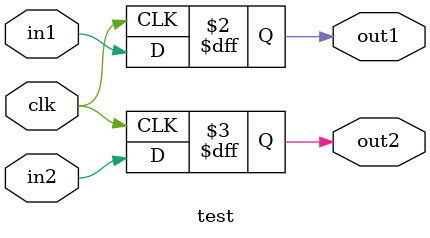
<source format=v>
module test(in1, in2, out1, out2, clk);
input in1, in2, clk;
output reg out1, out2;

always @(posedge clk) begin
	out1 <= in1;
	out2 = in2;
end	
endmodule

</source>
